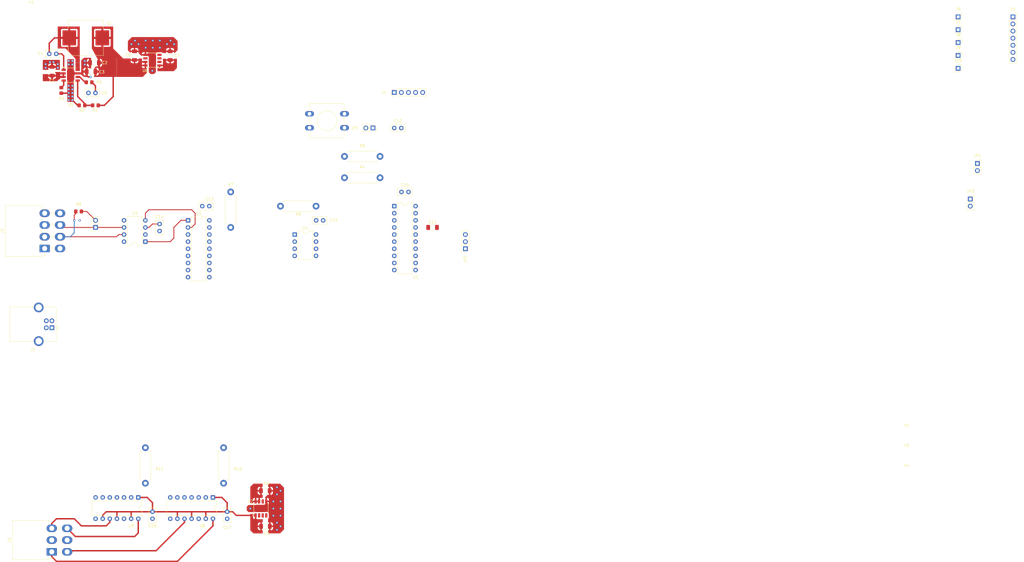
<source format=kicad_pcb>
(kicad_pcb (version 20241229) (generator "pcbnew") (generator_version "9.0")
  (layers (0 "F.Cu" signal) (4 "In1.Cu" signal) (6 "In2.Cu" signal) (2 "B.Cu" power) (13 "F.Paste" user) (15 "B.Paste" user) (5 "F.SilkS" user "F.Silkscreen") (7 "B.SilkS" user "B.Silkscreen") (1 "F.Mask" user) (3 "B.Mask" user) (25 "Edge.Cuts" user))
  (net 0 "")
  (net 1 "+12V")
  (net 2 "GND")
  (net 3 "+6.5V")
  (net 4 "Net-(U5-BST)")
  (net 5 "Net-(U5-SW)")
  (net 6 "Net-(C5-Pad2)")
  (net 7 "+5V")
  (net 8 "+5VA")
  (net 9 "Net-(U1-Vusb3v3)")
  (net 10 "Net-(JP1-A)")
  (net 12 "/USB_D+")
  (net 13 "VBUS")
  (net 15 "/USB_D-")
  (net 16 "/CAN_L")
  (net 17 "/Tach")
  (net 18 "/Speed")
  (net 19 "/CAN_H")
  (net 20 "/AN1")
  (net 21 "/AN4")
  (net 22 "/AN2")
  (net 23 "/AN3")
  (net 24 "/ICSP_~{MCLR}")
  (net 25 "/ICSP_CLK")
  (net 26 "/ICSP_DAT")
  (net 27 "/DAC1_~{CS}")
  (net 28 "/MISO")
  (net 29 "/ROM_~{CS}")
  (net 30 "/DAC2_~{CS}")
  (net 31 "/SCK")
  (net 32 "/MOSI")
  (net 33 "/CAN_~{CS}")
  (net 34 "/INT")
  (net 35 "Net-(JP5-B)")
  (net 36 "Net-(U5-FB)")
  (net 37 "Net-(U5-RT{slash}CLK)")
  (net 38 "/~{MCLR}")
  (net 39 "Net-(U5-COMP)")
  (net 41 "/CLK")
  (net 42 "/CAN_RX")
  (net 47 "/CAN_TX")
  (net 68 "/INT{slash}ICSP_CLK")
  (footprint "Connector_PinSocket_2.54mm:PinSocket_1x02_P2.54mm_Vertical" (layer "F.Cu") (at 55.88 134.62 180)
    (property "Reference" "JP5" (hide yes))
    (property "Value" "Term")
  )
  (footprint "Package_DIP:DIP-14_W7.62mm" (layer "F.Cu") (at 97.79 231.14 -90)
    (property "Reference" "U8")
    (property "Value" "MCP4912" (hide yes))
  )
  (footprint "Capacitor_THT:C_Disc_D5.0mm_W2.5mm_P2.50mm" (layer "F.Cu") (at 137.16 132.08 180)
    (property "Reference" "C15")
    (property "Value" "100n" (hide yes))
  )
  (footprint "Connector_PinSocket_2.54mm:PinSocket_1x02_P2.54mm_Vertical" (layer "F.Cu") (at 368.3 124.46)
    (property "Reference" "JP3")
    (property "Value" "USB_PWR")
  )
  (footprint "Capacitor_THT:C_Disc_D5.0mm_W2.5mm_P2.50mm" (layer "F.Cu") (at 93.98 127)
    (property "Reference" "C13")
    (property "Value" "100n" (hide yes))
  )
  (footprint "Connector_PinHeader_2.54mm:PinHeader_1x05_P2.54mm_Vertical" (layer "F.Cu") (at 162.56 86.36 90)
    (property "Reference" "J4")
    (property "Value" "ICSP")
  )
  (footprint "Capacitor_THT:C_Disc_D5.0mm_W2.5mm_P2.50mm" (layer "F.Cu") (at 76.2 236.26 -90)
    (property "Reference" "C16")
    (property "Value" "100n" (hide yes))
  )
  (footprint "Connector_PinSocket_2.54mm:PinSocket_1x03_P2.54mm_Vertical" (layer "F.Cu") (at 187.96 142.24 180)
    (property "Reference" "JP2")
    (property "Value" "Prog")
  )
  (footprint "Connector_PinSocket_2.54mm:PinSocket_1x07_P2.54mm_Vertical" (layer "F.Cu") (at 383.54 59.33)
    (property "Reference" "J5")
    (property "Value" "SPI debug")
  )
  (footprint "Resistor_SMD:R_0805_2012Metric_Pad1.20x1.40mm_HandSolder" (layer "F.Cu") (at 49.8 128.905 180)
    (property "Reference" "R8")
    (property "Value" "120" (hide yes))
  )
  (footprint "Resistor_SMD:R_0805_2012Metric_Pad1.20x1.40mm_HandSolder" (layer "F.Cu") (at 55.8165 90.9705)
    (property "Reference" "R1")
    (property "Value" "73k2" (hide yes))
  )
  (footprint "Connector_PinSocket_2.54mm:PinSocket_1x02_P2.54mm_Vertical" (layer "F.Cu") (at 154.94 99.06 -90)
    (property "Reference" "JP1")
    (property "Value" "~{Prog}")
  )
  (footprint "Capacitor_THT:C_Disc_D5.0mm_W2.5mm_P2.50mm" (layer "F.Cu") (at 39.3265 72.5555)
    (property "Reference" "C4")
    (property "Value" "100n" (hide yes))
  )
  (footprint "Capacitor_THT:C_Disc_D5.0mm_W2.5mm_P2.50mm" (layer "F.Cu") (at 162.56 99.06)
    (property "Reference" "C12")
    (property "Value" "100n" (hide yes))
  )
  (footprint "Capacitor_SMD:C_1206_3216Metric_Pad1.33x1.80mm_HandSolder" (layer "F.Cu") (at 176.2375 134.62)
    (property "Reference" "C11")
    (property "Value" "1u" (hide yes))
  )
  (footprint "Package_DIP:DIP-8_W7.62mm" (layer "F.Cu") (at 127 137.16)
    (property "Reference" "U4")
    (property "Value" "25LC160C" (hide yes))
  )
  (footprint "Resistor_THT:R_Axial_DIN0411_L9.9mm_D3.6mm_P12.70mm_Horizontal" (layer "F.Cu") (at 101.6 226.06 90)
    (property "Reference" "R10")
    (property "Value" "10k" (hide yes))
  )
  (footprint "Capacitor_SMD:C_1206_3216Metric_Pad1.33x1.80mm_HandSolder" (layer "F.Cu") (at 69.7865 73.1905 90)
    (property "Reference" "C6")
    (property "Value" "22u" (hide yes))
  )
  (footprint "Connector_PinSocket_2.54mm:PinSocket_1x01_P2.54mm_Vertical" (layer "F.Cu") (at 363.97 73.13)
    (property "Reference" "J9")
    (property "Value" "Conn_01x01_Socket")
  )
  (footprint "Capacitor_THT:C_Disc_D5.0mm_W2.5mm_P2.50mm" (layer "F.Cu") (at 53.3165 86.5255)
    (property "Reference" "C5")
    (property "Value" "100n" (hide yes))
  )
  (footprint "Resistor_SMD:R_0805_2012Metric_Pad1.20x1.40mm_HandSolder" (layer "F.Cu") (at 43.6245 85.6205 -90)
    (property "Reference" "R3")
    (property "Value" "50k" (hide yes))
  )
  (footprint "Button_Switch_THT:SW_PUSH-12mm" (layer "F.Cu") (at 132.28 93.98)
    (property "Reference" "SW1" (hide yes))
    (property "Value" "Reset")
  )
  (footprint "Resistor_SMD:R_0805_2012Metric_Pad1.20x1.40mm_HandSolder" (layer "F.Cu") (at 51.0065 90.9705)
    (property "Reference" "R2")
    (property "Value" "10k" (hide yes))
  )
  (footprint "Connector_PinSocket_2.54mm:PinSocket_1x01_P2.54mm_Vertical" (layer "F.Cu") (at 363.97 63.93)
    (property "Reference" "J7")
    (property "Value" "Conn_01x01_Socket")
  )
  (footprint "Connector_Molex:Molex_Mini-Fit_Jr_5569-06A2_2x03_P4.20mm_Horizontal" (layer "F.Cu") (at 40.22 250.58 90)
    (property "Reference" "J3")
    (property "Value" "Analog")
  )
  (footprint "Resistor_THT:R_Axial_DIN0411_L9.9mm_D3.6mm_P12.70mm_Horizontal" (layer "F.Cu") (at 73.66 226.06 90)
    (property "Reference" "R11")
    (property "Value" "10k" (hide yes))
  )
  (footprint "Connector_Molex:Molex_Mini-Fit_Jr_5569-08A2_2x04_P4.20mm_Horizontal" (layer "F.Cu") (at 37.68 142.14 90)
    (property "Reference" "J2")
    (property "Value" "Conn_02x04_Top_Bottom" (hide yes))
  )
  (footprint "Capacitor_THT:C_Disc_D5.0mm_W2.5mm_P2.50mm" (layer "F.Cu") (at 78.74 135.89 90)
    (property "Reference" "C14")
    (property "Value" "100n" (hide yes))
  )
  (footprint "Resistor_SMD:R_0805_2012Metric_Pad1.20x1.40mm_HandSolder" (layer "F.Cu") (at 53.5465 82.7155 180)
    (property "Reference" "R5")
    (property "Value" "12k" (hide yes))
  )
  (footprint "Package_DIP:DIP-14_W7.62mm" (layer "F.Cu") (at 71.12 231.14 -90)
    (property "Reference" "U9")
    (property "Value" "MCP4912" (hide yes))
  )
  (footprint "Connector_USB:USB_B_OST_USB-B1HSxx_Horizontal" (layer "F.Cu") (at 40.27 170.49 180)
    (property "Reference" "J1")
    (property "Value" "USB_B")
  )
  (footprint "Capacitor_SMD:C_1206_3216Metric_Pad1.33x1.80mm_HandSolder" (layer "F.Cu") (at 116.4975 228.75875)
    (property "Reference" "C8")
    (property "Value" "22u" (hide yes))
  )
  (footprint "MountingHole:MountingHole_3.2mm_M3_DIN965" (layer "F.Cu") (at 345.44 209.22)
    (property "Reference" "H2")
    (property "Value" "MountingHole")
  )
  (footprint "MountingHole:MountingHole_3.2mm_M3_DIN965" (layer "F.Cu") (at 345.44 216.37)
    (property "Reference" "H3")
    (property "Value" "MountingHole")
  )
  (footprint "Package_SO:Diodes_SO-8EP" (layer "F.Cu") (at 114.935 235.06625 90)
    (property "Reference" "U7")
    (property "Value" "AP7375Q" (hide yes))
  )
  (footprint "Connector_PinSocket_2.54mm:PinSocket_1x01_P2.54mm_Vertical" (layer "F.Cu") (at 363.97 77.73)
    (property "Reference" "J10")
    (property "Value" "Conn_01x01_Socket")
  )
  (footprint "MountingHole:MountingHole_3.2mm_M3_DIN965" (layer "F.Cu") (at 345.44 223.52)
    (property "Reference" "H4")
    (property "Value" "MountingHole")
  )
  (footprint "Connector_PinSocket_2.54mm:PinSocket_1x02_P2.54mm_Vertical" (layer "F.Cu") (at 370.84 111.76)
    (property "Reference" "JP4")
    (property "Value" "USB_PWR")
  )
  (footprint "Capacitor_SMD:C_1206_3216Metric_Pad1.33x1.80mm_HandSolder" (layer "F.Cu") (at 40.3225 78.7785 90)
    (property "Reference" "C1")
    (property "Value" "22u" (hide yes))
  )
  (footprint "Connector_PinSocket_2.54mm:PinSocket_1x01_P2.54mm_Vertical" (layer "F.Cu") (at 363.97 59.33)
    (property "Reference" "J6")
    (property "Value" "Conn_01x01_Socket")
  )
  (footprint "Package_DIP:DIP-20_W7.62mm" (layer "F.Cu") (at 162.56 127)
    (property "Reference" "U1")
    (property "Value" "PIC16F1459-IP" (hide yes))
  )
  (footprint "Package_SO:Diodes_SO-8EP" (layer "F.Cu") (at 46.969 80.1755)
    (property "Reference" "U5")
    (property "Value" "AP64100Q" (hide yes))
  )
  (footprint "Resistor_THT:R_Axial_DIN0411_L9.9mm_D3.6mm_P12.70mm_Horizontal" (layer "F.Cu") (at 134.62 127 180)
    (property "Reference" "R9")
    (property "Value" "10k")
  )
  (footprint "Inductor_SMD:L_Wuerth_WE-PD-Typ-LS_Handsoldering" (layer "F.Cu") (at 52.3875 66.8405)
    (property "Reference" "L1")
    (property "Value" "15u" (hide yes))
  )
  (footprint "Package_DIP:DIP-18_W7.62mm" (layer "F.Cu") (at 88.9 132.08)
    (property "Reference" "U2")
    (property "Value" "MCP2515-I/P" (hide yes))
  )
  (footprint "Capacitor_SMD:C_1206_3216Metric_Pad1.33x1.80mm_HandSolder" (layer "F.Cu") (at 54.254 78.9055)
    (property "Reference" "C3")
    (property "Value" "22u" (hide yes))
  )
  (footprint "Resistor_THT:R_Axial_DIN0411_L9.9mm_D3.6mm_P12.70mm_Horizontal" (layer "F.Cu") (at 104.14 121.92 -90)
    (property "Reference" "R7")
    (property "Value" "10k" (hide yes))
  )
  (footprint "Capacitor_THT:C_Disc_D5.0mm_W2.5mm_P2.50mm" (layer "F.Cu") (at 165.14 121.92)
    (property "Reference" "C10")
    (property "Value" "100n" (hide yes))
  )
  (footprint "Capacitor_SMD:C_1206_3216Metric_Pad1.33x1.80mm_HandSolder" (layer "F.Cu") (at 55.474 75.7305)
    (property "Reference" "C2")
    (property "Value" "22u" (hide yes))
  )
  (footprint "Connector_PinSocket_2.54mm:PinSocket_1x01_P2.54mm_Vertical" (layer "F.Cu") (at 363.97 68.53)
    (property "Reference" "J8")
    (property "Value" "Conn_01x01_Socket")
  )
  (footprint "Resistor_THT:R_Axial_DIN0411_L9.9mm_D3.6mm_P12.70mm_Horizontal" (layer "F.Cu") (at 157.48 109.22 180)
    (property "Reference" "R6")
    (property "Value" "10k" (hide yes))
  )
  (footprint "Capacitor_SMD:C_1206_3216Metric_Pad1.33x1.80mm_HandSolder" (layer "F.Cu") (at 116.5475 241.45875)
    (property "Reference" "C9")
    (property "Value" "22u" (hide yes))
  )
  (footprint "MountingHole:MountingHole_3.2mm_M3_DIN965" (layer "F.Cu") (at 32.9565 57.9505)
    (property "Reference" "H1")
    (property "Value" "MountingHole")
  )
  (footprint "Package_DIP:DIP-8_W7.62mm" (layer "F.Cu") (at 73.66 139.7 180)
    (property "Reference" "U3")
    (property "Value" "MCP2561-E-P" (hide yes))
  )
  (footprint "Capacitor_THT:C_Disc_D5.0mm_W2.5mm_P2.50mm" (layer "F.Cu") (at 102.87 236.26 -90)
    (property "Reference" "C17")
    (property "Value" "100n" (hide yes))
  )
  (footprint "Capacitor_SMD:C_1206_3216Metric_Pad1.33x1.80mm_HandSolder" (layer "F.Cu") (at 82.4865 73.1905 90)
    (property "Reference" "C7")
    (property "Value" "22u" (hide yes))
  )
  (footprint "Package_SO:Diodes_SO-8EP" (layer "F.Cu") (at 76.179 74.803 180)
    (property "Reference" "U6")
    (property "Value" "AP7375Q" (hide yes))
  )
  (footprint "Resistor_THT:R_Axial_DIN0411_L9.9mm_D3.6mm_P12.70mm_Horizontal" (layer "F.Cu") (at 144.78 116.84)
    (property "Reference" "R4")
    (property "Value" "220" (hide yes))
  )
  (segment (start 49.4665 90.9705) (end 47.5615 89.0655) (width 0.508) (layer "F.Cu") (net 2))
  (segment (start 54.0385 80.8105) (end 53.2765 80.8105) (width 0.508) (layer "F.Cu") (net 2))
  (segment (start 46.1965 86.6205) (end 46.2915 86.5255) (width 0.508) (layer "F.Cu") (net 2))
  (segment (start 53.2765 80.8105) (end 52.6915 80.2255) (width 0.508) (layer "F.Cu") (net 2))
  (segment (start 52.6915 80.2255) (end 52.6915 78.9055) (width 0.508) (layer "F.Cu") (net 2))
  (segment (start 50.0065 90.9705) (end 49.4665 90.9705) (width 0.508) (layer "F.Cu") (net 2))
  (segment (start 43.6245 86.6205) (end 46.1965 86.6205) (width 0.508) (layer "F.Cu") (net 2))
  (via (at 121.92 232.56875) (size 0.8128) (drill 0.4) (layers "F.Cu" "B.Cu") (net 2))
  (via (at 39.5605 75.4765) (size 0.8128) (drill 0.4) (layers "F.Cu" "B.Cu") (net 2))
  (via (at 47.5615 89.0655) (size 0.8128) (drill 0.4) (layers "F.Cu" "B.Cu") (net 2))
  (via (at 76.29525 70.358) (size 0.8128) (drill 0.4) (layers "F.Cu" "B.Cu") (net 2))
  (via (at 46.2915 89.0655) (size 0.8128) (drill 0.4) (layers "F.Cu" "B.Cu") (net 2))
  (via (at 120.65 227.48875) (size 0.8128) (drill 0.4) (layers "F.Cu" "B.Cu") (net 2))
  (via (at 46.2915 76.3655) (size 0.8128) (drill 0.4) (layers "F.Cu" "B.Cu") (net 2))
  (via (at 68.67525 69.088) (size 0.8128) (drill 0.4) (layers "F.Cu" "B.Cu") (net 2))
  (via (at 119.38 232.56875) (size 0.8128) (drill 0.4) (layers "F.Cu" "B.Cu") (net 2))
  (via (at 78.83525 67.818) (size 0.8128) (drill 0.4) (layers "F.Cu" "B.Cu") (net 2))
  (via (at 46.2915 85.2555) (size 0.8128) (drill 0.4) (layers "F.Cu" "B.Cu") (net 2))
  (via (at 78.83525 70.358) (size 0.8128) (drill 0.4) (layers "F.Cu" "B.Cu") (net 2))
  (via (at 120.65 242.72875) (size 0.8128) (drill 0.4) (layers "F.Cu" "B.Cu") (net 2))
  (via (at 52.0065 75.0955) (size 0.8128) (drill 0.4) (layers "F.Cu" "B.Cu") (net 2))
  (via (at 83.91525 69.088) (size 0.8128) (drill 0.4) (layers "F.Cu" "B.Cu") (net 2))
  (via (at 47.5615 76.3655) (size 0.8128) (drill 0.4) (layers "F.Cu" "B.Cu") (net 2))
  (via (at 121.92 241.45875) (size 0.8128) (drill 0.4) (layers "F.Cu" "B.Cu") (net 2))
  (via (at 73.75525 70.358) (size 0.8128) (drill 0.4) (layers "F.Cu" "B.Cu") (net 2))
  (via (at 47.5615 87.7955) (size 0.8128) (drill 0.4) (layers "F.Cu" "B.Cu") (net 2))
  (via (at 120.65 240.18875) (size 0.8128) (drill 0.4) (layers "F.Cu" "B.Cu") (net 2))
  (via (at 38.0365 77.5085) (size 0.8128) (drill 0.4) (layers "F.Cu" "B.Cu") (net 2))
  (via (at 71.21525 69.088) (size 0.8128) (drill 0.4) (layers "F.Cu" "B.Cu") (net 2))
  (via (at 120.65 230.02875) (size 0.8128) (drill 0.4) (layers "F.Cu" "B.Cu") (net 2))
  (via (at 47.5615 86.5255) (size 0.8128) (drill 0.4) (layers "F.Cu" "B.Cu") (net 2))
  (via (at 50.165 132.08) (size 0.8128) (drill 0.4) (layers "F.Cu" "B.Cu") (net 2))
  (via (at 54.0385 80.8105) (size 0.8128) (drill 0.4) (layers "F.Cu" "B.Cu") (net 2))
  (via (at 38.0365 76.2385) (size 0.8128) (drill 0.4) (layers "F.Cu" "B.Cu") (net 2))
  (via (at 119.38 237.64875) (size 0.8128) (drill 0.4) (layers "F.Cu" "B.Cu") (net 2))
  (via (at 47.5615 85.2555) (size 0.8128) (drill 0.4) (layers "F.Cu" "B.Cu") (net 2))
  (via (at 119.38 235.10875) (size 0.8128) (drill 0.4) (layers "F.Cu" "B.Cu") (net 2))
  (via (at 76.29525 67.818) (size 0.8128) (drill 0.4) (layers "F.Cu" "B.Cu") (net 2))
  (via (at 121.92 228.75875) (size 0.8128) (drill 0.4) (layers "F.Cu" "B.Cu") (net 2))
  (via (at 52.0065 76.3655) (size 0.8128) (drill 0.4) (layers "F.Cu" "B.Cu") (net 2))
  (via (at 42.3545 76.2385) (size 0.8128) (drill 0.4) (layers "F.Cu" "B.Cu") (net 2))
  (via (at 46.2915 87.7955) (size 0.8128) (drill 0.4) (layers "F.Cu" "B.Cu") (net 2))
  (via (at 42.3545 77.5085) (size 0.8128) (drill 0.4) (layers "F.Cu" "B.Cu") (net 2))
  (via (at 121.92 235.10875) (size 0.8128) (drill 0.4) (layers "F.Cu" "B.Cu") (net 2))
  (via (at 46.2915 86.5255) (size 0.8128) (drill 0.4) (layers "F.Cu" "B.Cu") (net 2))
  (via (at 82.64525 67.818) (size 0.8128) (drill 0.4) (layers "F.Cu" "B.Cu") (net 2))
  (via (at 69.94525 67.818) (size 0.8128) (drill 0.4) (layers "F.Cu" "B.Cu") (net 2))
  (via (at 40.8305 75.4765) (size 0.8128) (drill 0.4) (layers "F.Cu" "B.Cu") (net 2))
  (via (at 76.1365 78.613) (size 0.8128) (drill 0.4) (layers "F.Cu" "B.Cu") (net 2))
  (via (at 46.2915 83.9855) (size 0.8128) (drill 0.4) (layers "F.Cu" "B.Cu") (net 2))
  (via (at 46.2915 75.0955) (size 0.8128) (drill 0.4) (layers "F.Cu" "B.Cu") (net 2))
  (via (at 121.92 237.64875) (size 0.8128) (drill 0.4) (layers "F.Cu" "B.Cu") (net 2))
  (via (at 47.5615 83.9855) (size 0.8128) (drill 0.4) (layers "F.Cu" "B.Cu") (net 2))
  (via (at 81.37525 69.088) (size 0.8128) (drill 0.4) (layers "F.Cu" "B.Cu") (net 2))
  (via (at 73.75525 67.818) (size 0.8128) (drill 0.4) (layers "F.Cu" "B.Cu") (net 2))
  (via (at 111.125 235.10875) (size 0.8128) (drill 0.4) (layers "F.Cu" "B.Cu") (net 2))
  (via (at 47.5615 75.0955) (size 0.8128) (drill 0.4) (layers "F.Cu" "B.Cu") (net 2))
  (segment (start 60.8965 78.9055) (end 55.8165 78.9055) (width 0.508) (layer "F.Cu") (net 3))
  (segment (start 62.1665 87.7955) (end 62.1665 80.1755) (width 0.508) (layer "F.Cu") (net 3))
  (segment (start 62.1665 80.1755) (end 60.8965 78.9055) (width 0.508) (layer "F.Cu") (net 3))
  (segment (start 56.8165 90.9705) (end 58.9915 90.9705) (width 0.508) (layer "F.Cu") (net 3))
  (segment (start 58.9915 90.9705) (end 62.1665 87.7955) (width 0.508) (layer "F.Cu") (net 3))
  (segment (start 44.4715 78.2705) (end 44.4715 73.2755) (width 0.508) (layer "F.Cu") (net 4))
  (segment (start 44.4715 73.2755) (end 43.7515 72.5555) (width 0.508) (layer "F.Cu") (net 4))
  (segment (start 43.7515 72.5555) (end 41.8265 72.5555) (width 0.508) (layer "F.Cu") (net 4))
  (segment (start 39.3265 72.5555) (end 39.3265 68.7255) (width 0.508) (layer "F.Cu") (net 5))
  (segment (start 41.2115 66.8405) (end 46.4875 66.8405) (width 0.508) (layer "F.Cu") (net 5))
  (segment (start 39.3265 68.7255) (end 41.2115 66.8405) (width 0.508) (layer "F.Cu") (net 5))
  (segment (start 55.8165 83.9855) (end 54.5465 82.7155) (width 0.508) (layer "F.Cu") (net 6))
  (segment (start 55.8165 86.5255) (end 55.8165 83.9855) (width 0.508) (layer "F.Cu") (net 6))
  (segment (start 74.93 134.62) (end 76.16 133.39) (width 0.3048) (layer "F.Cu") (net 7))
  (segment (start 73.66 134.62) (end 74.93 134.62) (width 0.3048) (layer "F.Cu") (net 7))
  (segment (start 76.16 133.39) (end 78.74 133.39) (width 0.3048) (layer "F.Cu") (net 7))
  (segment (start 90.17 238.76) (end 90.17 236.26) (width 0.508) (layer "F.Cu") (net 8))
  (segment (start 95.25 238.76) (end 95.25 236.26) (width 0.508) (layer "F.Cu") (net 8))
  (segment (start 85.09 236.26) (end 76.2 236.26) (width 0.508) (layer "F.Cu") (net 8))
  (segment (start 113.03 237.56375) (end 106.11875 237.56375) (width 0.508) (layer "F.Cu") (net 8))
  (segment (start 100.965 231.14) (end 102.87 233.045) (width 0.508) (layer "F.Cu") (net 8))
  (segment (start 68.58 238.76) (end 68.58 236.26) (width 0.508) (layer "F.Cu") (net 8))
  (segment (start 102.87 236.26) (end 95.25 236.26) (width 0.508) (layer "F.Cu") (net 8))
  (segment (start 102.87 233.045) (end 102.87 236.26) (width 0.508) (layer "F.Cu") (net 8))
  (segment (start 71.12 231.14) (end 74.295 231.14) (width 0.508) (layer "F.Cu") (net 8))
  (segment (start 97.79 231.14) (end 100.965 231.14) (width 0.508) (layer "F.Cu") (net 8))
  (segment (start 90.17 236.26) (end 85.09 236.26) (width 0.508) (layer "F.Cu") (net 8))
  (segment (start 74.295 231.14) (end 76.2 233.045) (width 0.508) (layer "F.Cu") (net 8))
  (segment (start 58.42 237.49) (end 58.42 238.76) (width 0.508) (layer "F.Cu") (net 8))
  (segment (start 63.5 236.26) (end 59.65 236.26) (width 0.508) (layer "F.Cu") (net 8))
  (segment (start 95.25 236.26) (end 90.17 236.26) (width 0.508) (layer "F.Cu") (net 8))
  (segment (start 76.2 236.26) (end 68.58 236.26) (width 0.508) (layer "F.Cu") (net 8))
  (segment (start 68.58 236.26) (end 63.5 236.26) (width 0.508) (layer "F.Cu") (net 8))
  (segment (start 106.11875 237.56375) (end 104.815 236.26) (width 0.508) (layer "F.Cu") (net 8))
  (segment (start 85.09 238.76) (end 85.09 236.26) (width 0.508) (layer "F.Cu") (net 8))
  (segment (start 104.815 236.26) (end 102.87 236.26) (width 0.508) (layer "F.Cu") (net 8))
  (segment (start 59.65 236.26) (end 58.42 237.49) (width 0.508) (layer "F.Cu") (net 8))
  (segment (start 63.5 238.76) (end 63.5 236.26) (width 0.508) (layer "F.Cu") (net 8))
  (segment (start 76.2 233.045) (end 76.2 236.26) (width 0.508) (layer "F.Cu") (net 8))
  (segment (start 44.06 134.62) (end 43.18 133.74) (width 0.3048) (layer "F.Cu") (net 16))
  (segment (start 66.04 134.62) (end 44.06 134.62) (width 0.3048) (layer "F.Cu") (net 16))
  (segment (start 48.8 129.635) (end 48.26 130.175) (width 0.3048) (layer "F.Cu") (net 19))
  (segment (start 66.04 137.16) (end 64.135 137.16) (width 0.3048) (layer "F.Cu") (net 19))
  (segment (start 48.8 128.905) (end 48.8 129.635) (width 0.3048) (layer "F.Cu") (net 19))
  (segment (start 48.26 130.175) (end 48.26 132.08) (width 0.3048) (layer "F.Cu") (net 19))
  (segment (start 64.135 137.16) (end 63.355 137.94) (width 0.3048) (layer "F.Cu") (net 19))
  (segment (start 63.355 137.94) (end 43.18 137.94) (width 0.3048) (layer "F.Cu") (net 19))
  (via (at 48.26 132.08) (size 0.8128) (drill 0.4) (layers "F.Cu" "B.Cu") (net 19))
  (segment (start 48.26 132.08) (end 48.26 136.525) (width 0.3048) (layer "B.Cu") (net 19))
  (segment (start 46.845 137.94) (end 43.18 137.94) (width 0.3048) (layer "B.Cu") (net 19))
  (segment (start 48.26 136.525) (end 46.845 137.94) (width 0.3048) (layer "B.Cu") (net 19))
  (segment (start 97.79 238.76) (end 97.79 241.3) (width 0.508) (layer "F.Cu") (net 20))
  (segment (start 85.09 254) (end 41.91 254) (width 0.508) (layer "F.Cu") (net 20))
  (segment (start 40.22 252.31) (end 40.22 250.58) (width 0.508) (layer "F.Cu") (net 20))
  (segment (start 41.91 254) (end 40.22 252.31) (width 0.508) (layer "F.Cu") (net 20))
  (segment (start 97.79 241.3) (end 85.09 254) (width 0.508) (layer "F.Cu") (net 20))
  (segment (start 48.26 238.76) (end 41.91 238.76) (width 0.508) (layer "F.Cu") (net 21))
  (segment (start 50.8 241.3) (end 48.26 238.76) (width 0.508) (layer "F.Cu") (net 21))
  (segment (start 41.91 238.76) (end 40.22 240.45) (width 0.508) (layer "F.Cu") (net 21))
  (segment (start 60.96 240.03) (end 59.69 241.3) (width 0.508) (layer "F.Cu") (net 21))
  (segment (start 40.22 240.45) (end 40.22 242.18) (width 0.508) (layer "F.Cu") (net 21))
  (segment (start 59.69 241.3) (end 50.8 241.3) (width 0.508) (layer "F.Cu") (net 21))
  (segment (start 60.96 238.76) (end 60.96 240.03) (width 0.508) (layer "F.Cu") (net 21))
  (segment (start 87.63 238.76) (end 87.63 240.03) (width 0.508) (layer "F.Cu") (net 22))
  (segment (start 46.11 250.19) (end 45.72 250.58) (width 0.508) (layer "F.Cu") (net 22))
  (segment (start 87.63 240.03) (end 77.47 250.19) (width 0.508) (layer "F.Cu") (net 22))
  (segment (start 77.47 250.19) (end 46.11 250.19) (width 0.508) (layer "F.Cu") (net 22))
  (segment (start 69.85 245.11) (end 48.65 245.11) (width 0.508) (layer "F.Cu") (net 23))
  (segment (start 71.12 238.76) (end 71.12 243.84) (width 0.508) (layer "F.Cu") (net 23))
  (segment (start 48.65 245.11) (end 45.72 242.18) (width 0.508) (layer "F.Cu") (net 23))
  (segment (start 71.12 243.84) (end 69.85 245.11) (width 0.508) (layer "F.Cu") (net 23))
  (segment (start 50.8 128.905) (end 52.705 128.905) (width 0.3048) (layer "F.Cu") (net 35))
  (segment (start 52.705 128.905) (end 55.88 132.08) (width 0.3048) (layer "F.Cu") (net 35))
  (segment (start 49.4665 87.7955) (end 52.0065 90.3355) (width 0.508) (layer "F.Cu") (net 36))
  (segment (start 52.0065 90.9705) (end 54.8165 90.9705) (width 0.508) (layer "F.Cu") (net 36))
  (segment (start 49.4665 82.0805) (end 49.4665 87.7955) (width 0.508) (layer "F.Cu") (net 36))
  (segment (start 52.0065 90.3355) (end 52.0065 90.9705) (width 0.508) (layer "F.Cu") (net 36))
  (segment (start 44.4715 83.7735) (end 43.6245 84.6205) (width 0.508) (layer "F.Cu") (net 37))
  (segment (start 44.4715 82.0805) (end 44.4715 83.7735) (width 0.508) (layer "F.Cu") (net 37))
  (segment (start 50.2285 80.8105) (end 52.1335 82.7155) (width 0.508) (layer "F.Cu") (net 39))
  (segment (start 52.1335 82.7155) (end 52.5465 82.7155) (width 0.508) (layer "F.Cu") (net 39))
  (segment (start 49.4665 80.8105) (end 50.2285 80.8105) (width 0.508) (layer "F.Cu") (net 39))
  (segment (start 73.66 129.54) (end 74.93 128.27) (width 0.3048) (layer "F.Cu") (net 42))
  (segment (start 73.66 132.08) (end 73.66 129.54) (width 0.3048) (layer "F.Cu") (net 42))
  (segment (start 74.93 128.27) (end 90.17 128.27) (width 0.3048) (layer "F.Cu") (net 42))
  (segment (start 90.17 134.62) (end 88.9 134.62) (width 0.3048) (layer "F.Cu") (net 42))
  (segment (start 91.44 133.35) (end 90.17 134.62) (width 0.3048) (layer "F.Cu") (net 42))
  (segment (start 90.17 128.27) (end 91.44 129.54) (width 0.3048) (layer "F.Cu") (net 42))
  (segment (start 91.44 129.54) (end 91.44 133.35) (width 0.3048) (layer "F.Cu") (net 42))
  (segment (start 73.66 139.7) (end 82.55 139.7) (width 0.3048) (layer "F.Cu") (net 47))
  (segment (start 86.36 132.08) (end 88.9 132.08) (width 0.3048) (layer "F.Cu") (net 47))
  (segment (start 82.55 139.7) (end 83.82 138.43) (width 0.3048) (layer "F.Cu") (net 47))
  (segment (start 83.82 134.62) (end 86.36 132.08) (width 0.3048) (layer "F.Cu") (net 47))
  (segment (start 83.82 138.43) (end 83.82 134.62) (width 0.3048) (layer "F.Cu") (net 47))
  (zone (net 7) (net_name "+5V") (layer "F.Cu") (priority 9) (connect_pads (clearance 0.5)) (min_thickness 0.25) (fill yes (thermal_gap 0.508) (thermal_bridge_width 0.508) (island_removal_mode 1) (island_area_min 9.999999))
    (polygon (pts (xy 84.93125 74.295) (xy 84.93125 77.62875) (xy 83.82 78.74) (xy 77.94625 78.74) (xy 77.94625 76.2) (xy 79.85125 76.2) (xy 79.85125 74.295)))
  )
  (zone (net 2) (net_name "GND") (layer "F.Cu") (priority 7) (connect_pads yes (clearance 0.5)) (min_thickness 0.25) (fill yes (thermal_gap 0.508) (thermal_bridge_width 0.762) (island_removal_mode 1) (island_area_min 9.999999))
    (polygon (pts (xy 109.855 235.74375) (xy 110.49 236.37875) (xy 120.65 236.37875) (xy 120.65 231.29875) (xy 116.205 231.29875) (xy 116.205 233.83875) (xy 110.49 233.83875) (xy 109.855 234.47375)))
  )
  (zone (net 5) (net_name "Net-(U5-SW)") (layer "F.Cu") (priority 4) (connect_pads (clearance 0.5)) (min_thickness 0.25) (fill yes (thermal_gap 0.508) (thermal_bridge_width 0.762) (island_removal_mode 1) (island_area_min 9.999999))
    (polygon (pts (xy 48.7045 75.7305) (xy 48.7045 74.343269) (xy 45.1485 70.6505) (xy 42.3545 70.6505) (xy 42.3545 62.7765) (xy 50.2285 62.7765) (xy 50.2285 75.7305)))
  )
  (zone (net 2) (net_name "GND") (layer "F.Cu") (priority 8) (connect_pads (clearance 0.5)) (min_thickness 0.25) (fill yes (thermal_gap 0.508) (thermal_bridge_width 0.508) (island_removal_mode 1) (island_area_min 9.999999))
    (polygon (pts (xy 84.113688 72.263) (xy 85.18525 71.191438) (xy 85.18525 67.97675) (xy 83.7565 66.548) (xy 68.834 66.548) (xy 67.40525 67.97675) (xy 67.40525 71.3105) (xy 68.35775 72.263) (xy 71.21525 72.263) (xy 72.48525 73.533) (xy 74.39025 73.533) (xy 74.39025 72.263)))
  )
  (zone (net 2) (net_name "GND") (layer "F.Cu") (connect_pads (clearance 0.5)) (min_thickness 0.25) (fill yes (thermal_gap 0.508) (thermal_bridge_width 0.762) (island_removal_mode 1) (island_area_min 9.999999))
    (polygon (pts (xy 37.0205 78.2705) (xy 37.0205 74.7145) (xy 43.1165 74.7145) (xy 43.1165 78.2705)))
  )
  (zone (net 2) (net_name "GND") (layer "F.Cu") (priority 7) (connect_pads yes (clearance 0.5)) (min_thickness 0.25) (fill yes (thermal_gap 0.508) (thermal_bridge_width 0.762) (island_removal_mode 1) (island_area_min 9.999999))
    (polygon (pts (xy 76.7715 79.756) (xy 77.4065 79.121) (xy 77.4065 68.961) (xy 72.3265 68.961) (xy 72.3265 73.406) (xy 74.8665 73.406) (xy 74.8665 79.121) (xy 75.5015 79.756)))
  )
  (zone (net 3) (net_name "+6.5V") (layer "F.Cu") (priority 10) (connect_pads (clearance 0.5)) (min_thickness 0.25) (fill yes (thermal_gap 0.508) (thermal_bridge_width 0.508) (island_removal_mode 1) (island_area_min 9.999999))
    (polygon (pts (xy 63.4365 74.2065) (xy 72.5805 74.2065) (xy 72.5805 74.7145) (xy 74.2315 74.7145) (xy 74.2315 79.2865) (xy 72.7075 80.8105) (xy 63.4365 80.8105)))
  )
  (zone (net 2) (net_name "GND") (layer "F.Cu") (priority 2) (connect_pads (clearance 0.5)) (min_thickness 0.25) (fill yes (thermal_gap 0.508) (thermal_bridge_width 0.762))
    (polygon (pts (xy 48.9585 79.0325) (xy 50.292 79.0325) (xy 50.7365 78.588) (xy 50.7365 74.905) (xy 51.689 73.9525) (xy 54.2925 73.9525) (xy 54.2925 77.7625) (xy 53.2765 77.7625) (xy 53.2765 80.4295) (xy 52.8955 80.8105) (xy 51.7525 80.8105) (xy 50.7365 80.0485) (xy 48.9585 80.0485)))
  )
  (zone (net 2) (net_name "GND") (layer "F.Cu") (priority 8) (connect_pads (clearance 0.5)) (min_thickness 0.25) (fill yes (thermal_gap 0.508) (thermal_bridge_width 0.508) (island_removal_mode 1) (island_area_min 9.999999))
    (polygon (pts (xy 117.475 243.99875) (xy 121.76125 243.99875) (xy 123.19 242.57) (xy 123.19 227.6475) (xy 121.76125 226.21875) (xy 117.475 226.21875) (xy 117.475 230.02875) (xy 116.205 231.29875) (xy 116.205 233.20375) (xy 117.475 233.20375)))
  )
  (zone (net 5) (net_name "Net-(U5-SW)") (layer "F.Cu") (priority 3) (connect_pads yes (clearance 0.5)) (min_thickness 0.25) (fill yes (thermal_gap 0.508) (thermal_bridge_width 0.762) (island_removal_mode 1) (island_area_min 9.999999))
    (polygon (pts (xy 48.7045 78.7785) (xy 50.2285 78.7785) (xy 50.2285 74.4605) (xy 48.7045 74.4605)))
  )
  (zone (net 3) (net_name "+6.5V") (layer "F.Cu") (priority 5) (connect_pads (clearance 0.5)) (min_thickness 0.25) (fill yes (thermal_gap 0.508) (thermal_bridge_width 0.762) (island_removal_mode 1) (island_area_min 9.999999))
    (polygon (pts (xy 55.3085 80.8105) (xy 55.3085 77.7625) (xy 56.5785 76.4925) (xy 56.5785 74.424214) (xy 54.5465 70.6505) (xy 54.5465 62.7765) (xy 62.1665 62.7765) (xy 62.1665 70.6505) (xy 65.7225 74.2065) (xy 65.7225 80.8105)))
  )
  (zone (net 2) (net_name "GND") (layer "F.Cu") (priority 1) (connect_pads yes (clearance 0.5)) (min_thickness 0.25) (fill yes (thermal_gap 0.3048) (thermal_bridge_width 0.762))
    (polygon (pts (xy 45.7835 74.4605) (xy 45.7835 89.7005) (xy 48.0695 89.7005) (xy 48.0695 80.5565) (xy 48.4505 80.0485) (xy 50.3555 80.0485) (xy 50.3555 79.0325) (xy 48.4505 79.0325) (xy 48.0695 78.461) (xy 48.0695 74.4605)))
  )
  (zone (net 3) (net_name "+6.5V") (layer "F.Cu") (priority 10) (connect_pads (clearance 0.5)) (min_thickness 0.25) (fill yes (thermal_gap 0.508) (thermal_bridge_width 0.508) (island_removal_mode 1) (island_area_min 9.999999))
    (polygon (pts (xy 115.57 226.21875) (xy 115.57 231.29875) (xy 114.935 231.29875) (xy 114.935 233.20375) (xy 111.125 233.20375) (xy 111.125 227.33) (xy 112.23625 226.21875)))
  )
  (zone (net 1) (net_name "+12V") (layer "F.Cu") (priority 6) (connect_pads (clearance 0.5)) (min_thickness 0.25) (fill yes (thermal_gap 0.508) (thermal_bridge_width 0.762) (island_removal_mode 1) (island_area_min 9.999999))
    (polygon (pts (xy 37.0205 79.7945) (xy 40.3225 79.7945) (xy 41.592499 79.0325) (xy 44.6405 79.0325) (xy 44.6405 81.3185) (xy 43.3705 81.3185) (xy 42.1005 82.3345) (xy 37.0205 82.3345)))
  )
  (zone (net 8) (net_name "+5VA") (layer "F.Cu") (priority 9) (connect_pads (clearance 0.5)) (min_thickness 0.25) (fill yes (thermal_gap 0.508) (thermal_bridge_width 0.508) (island_removal_mode 1) (island_area_min 9.999999))
    (polygon (pts (xy 115.57 243.99875) (xy 112.23625 243.99875) (xy 111.125 242.8875) (xy 111.125 237.01375) (xy 113.665 237.01375) (xy 113.665 238.91875) (xy 115.57 238.91875)))
  )
)
</source>
